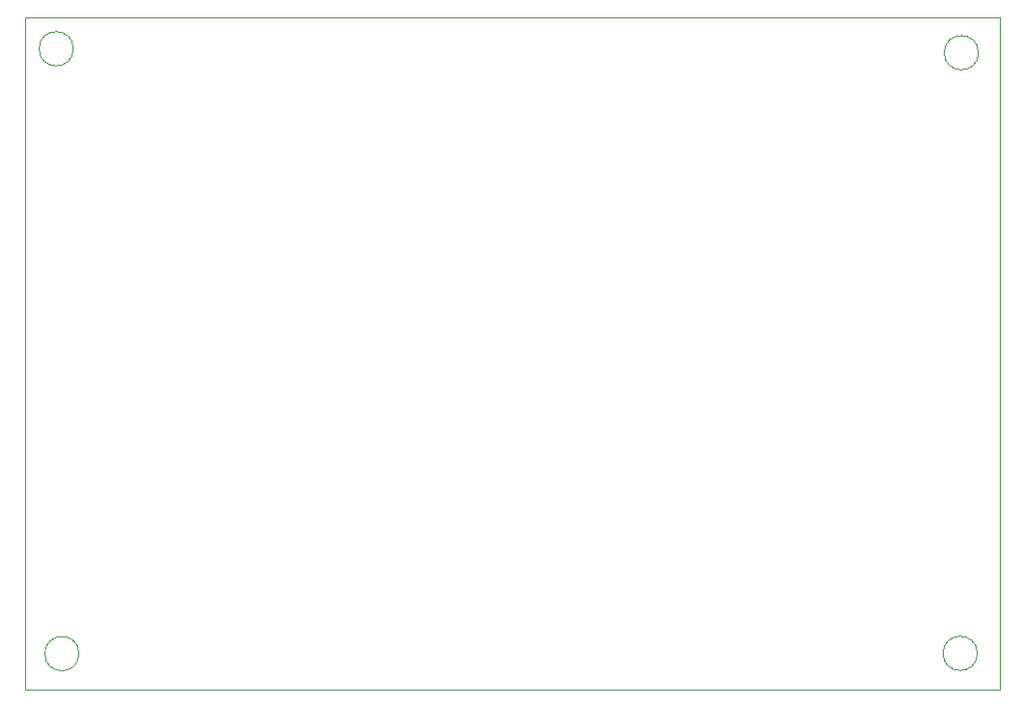
<source format=gbr>
%TF.GenerationSoftware,KiCad,Pcbnew,6.0.7-f9a2dced07~116~ubuntu20.04.1*%
%TF.CreationDate,2022-10-02T19:47:36+02:00*%
%TF.ProjectId,soundseeker,736f756e-6473-4656-956b-65722e6b6963,0.1*%
%TF.SameCoordinates,Original*%
%TF.FileFunction,Profile,NP*%
%FSLAX46Y46*%
G04 Gerber Fmt 4.6, Leading zero omitted, Abs format (unit mm)*
G04 Created by KiCad (PCBNEW 6.0.7-f9a2dced07~116~ubuntu20.04.1) date 2022-10-02 19:47:36*
%MOMM*%
%LPD*%
G01*
G04 APERTURE LIST*
%TA.AperFunction,Profile*%
%ADD10C,0.100000*%
%TD*%
G04 APERTURE END LIST*
D10*
X116175000Y-123000000D02*
G75*
G03*
X116175000Y-123000000I-1500000J0D01*
G01*
X194900000Y-122975000D02*
G75*
G03*
X194900000Y-122975000I-1500000J0D01*
G01*
X195000000Y-70325000D02*
G75*
G03*
X195000000Y-70325000I-1500000J0D01*
G01*
X115675000Y-69975000D02*
G75*
G03*
X115675000Y-69975000I-1500000J0D01*
G01*
X111437500Y-126150000D02*
X196837500Y-126150000D01*
X196837500Y-126150000D02*
X196837500Y-67200000D01*
X196837500Y-67200000D02*
X111437500Y-67200000D01*
X111437500Y-67200000D02*
X111437500Y-126150000D01*
M02*

</source>
